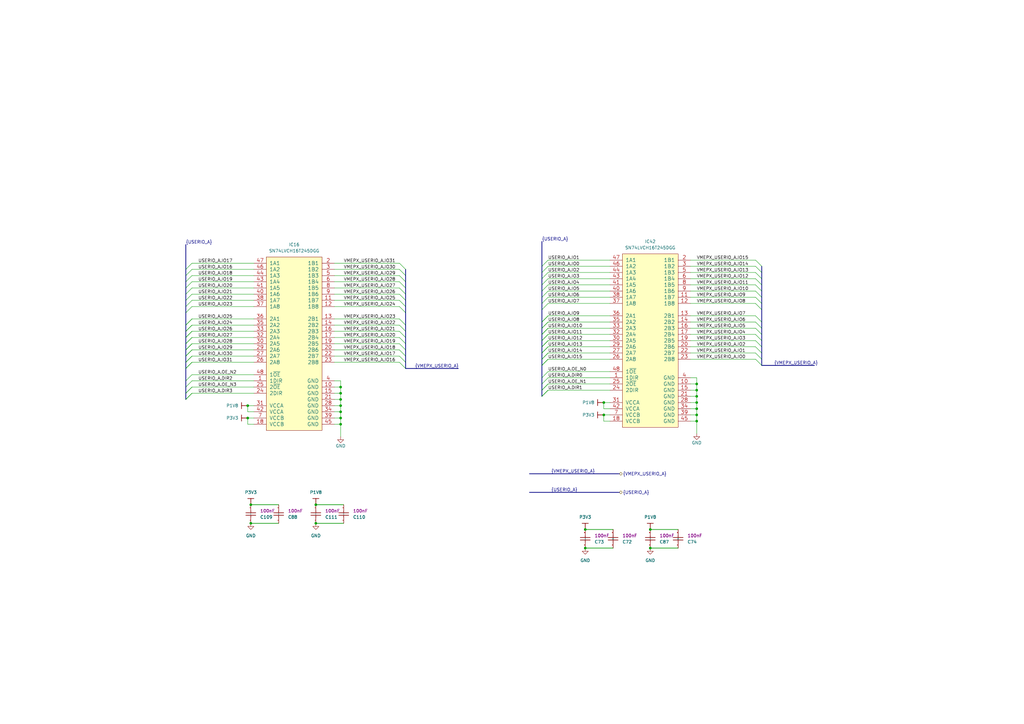
<source format=kicad_sch>
(kicad_sch (version 20250114) (generator "eeschema") (generator_version "9.0")
  (paper "A3")
  (title_block (title "VME buffers - P2 row A timing I/O"))
  (lib_symbols
    (symbol "Capacitors SMD:CC0402_100NF_16V_10%_X7R" (pin_names (offset 1.27))
      (property "Reference" "C" (at 3.81 3.048 0))
      (property "Description" "100nF" (at 3.81 -3.048 0))
      (symbol "CC0402_100NF_16V_10%_X7R_0_1"
        (polyline (pts (xy 2.54 0) (xy 3.302 0)) (stroke (width 0.254)))
        (polyline (pts (xy 3.302 -2.032) (xy 3.302 2.032)) (stroke (width 0.254)))
        (polyline (pts (xy 4.318 2.032) (xy 4.318 -2.032)) (stroke (width 0.254)))
        (polyline (pts (xy 5.08 0) (xy 4.318 0)) (stroke (width 0.254)))
        (pin passive line (at 0 0 0) (length 2.54) (name "1") (number "1"))
        (pin passive line (at 7.62 0 180) (length 2.54) (name "2") (number "2"))
      )
    )
    (symbol "Standard Logic:SN74LVCH16T245DGG" (pin_names (offset 1.27))
      (property "Reference" "IC" (at 11.43 1.27 0))
      (symbol "SN74LVCH16T245DGG_0_1"
        (rectangle (start 0 -71.12) (end 22.86 0) (fill (type background)))
        (pin bidirectional line (at -5.08 -2.54 0) (length 5.08) (name "1A1") (number "47"))
        (pin bidirectional line (at -5.08 -5.08 0) (length 5.08) (name "1A2") (number "46"))
        (pin bidirectional line (at -5.08 -7.62 0) (length 5.08) (name "1A3") (number "44"))
        (pin bidirectional line (at -5.08 -10.16 0) (length 5.08) (name "1A4") (number "43"))
        (pin bidirectional line (at -5.08 -12.7 0) (length 5.08) (name "1A5") (number "41"))
        (pin bidirectional line (at -5.08 -15.24 0) (length 5.08) (name "1A6") (number "40"))
        (pin bidirectional line (at -5.08 -17.78 0) (length 5.08) (name "1A7") (number "38"))
        (pin bidirectional line (at -5.08 -20.32 0) (length 5.08) (name "1A8") (number "37"))
        (pin bidirectional line (at -5.08 -25.4 0) (length 5.08) (name "2A1") (number "36"))
        (pin bidirectional line (at -5.08 -27.94 0) (length 5.08) (name "2A2") (number "35"))
        (pin bidirectional line (at -5.08 -30.48 0) (length 5.08) (name "2A3") (number "33"))
        (pin bidirectional line (at -5.08 -33.02 0) (length 5.08) (name "2A4") (number "32"))
        (pin bidirectional line (at -5.08 -35.56 0) (length 5.08) (name "2A5") (number "30"))
        (pin bidirectional line (at -5.08 -38.1 0) (length 5.08) (name "2A6") (number "29"))
        (pin bidirectional line (at -5.08 -40.64 0) (length 5.08) (name "2A7") (number "27"))
        (pin bidirectional line (at -5.08 -43.18 0) (length 5.08) (name "2A8") (number "26"))
        (pin input line (at -5.08 -48.26 0) (length 5.08) (name "1~{OE}") (number "48"))
        (pin input line (at -5.08 -50.8 0) (length 5.08) (name "1DIR") (number "1"))
        (pin input line (at -5.08 -53.34 0) (length 5.08) (name "2~{OE}") (number "25"))
        (pin input line (at -5.08 -55.88 0) (length 5.08) (name "2DIR") (number "24"))
        (pin power_in line (at -5.08 -60.96 0) (length 5.08) (name "VCCA") (number "31"))
        (pin power_in line (at -5.08 -63.5 0) (length 5.08) (name "VCCA") (number "42"))
        (pin power_in line (at -5.08 -66.04 0) (length 5.08) (name "VCCB") (number "7"))
        (pin power_in line (at -5.08 -68.58 0) (length 5.08) (name "VCCB") (number "18"))
        (pin bidirectional line (at 27.94 -2.54 180) (length 5.08) (name "1B1") (number "2"))
        (pin bidirectional line (at 27.94 -5.08 180) (length 5.08) (name "1B2") (number "3"))
        (pin bidirectional line (at 27.94 -7.62 180) (length 5.08) (name "1B3") (number "5"))
        (pin bidirectional line (at 27.94 -10.16 180) (length 5.08) (name "1B4") (number "6"))
        (pin bidirectional line (at 27.94 -12.7 180) (length 5.08) (name "1B5") (number "8"))
        (pin bidirectional line (at 27.94 -15.24 180) (length 5.08) (name "1B6") (number "9"))
        (pin bidirectional line (at 27.94 -17.78 180) (length 5.08) (name "1B7") (number "11"))
        (pin bidirectional line (at 27.94 -20.32 180) (length 5.08) (name "1B8") (number "12"))
        (pin bidirectional line (at 27.94 -25.4 180) (length 5.08) (name "2B1") (number "13"))
        (pin bidirectional line (at 27.94 -27.94 180) (length 5.08) (name "2B2") (number "14"))
        (pin bidirectional line (at 27.94 -30.48 180) (length 5.08) (name "2B3") (number "16"))
        (pin bidirectional line (at 27.94 -33.02 180) (length 5.08) (name "2B4") (number "17"))
        (pin bidirectional line (at 27.94 -35.56 180) (length 5.08) (name "2B5") (number "19"))
        (pin bidirectional line (at 27.94 -38.1 180) (length 5.08) (name "2B6") (number "20"))
        (pin bidirectional line (at 27.94 -40.64 180) (length 5.08) (name "2B7") (number "22"))
        (pin bidirectional line (at 27.94 -43.18 180) (length 5.08) (name "2B8") (number "23"))
        (pin power_in line (at 27.94 -50.8 180) (length 5.08) (name "GND") (number "4"))
        (pin power_in line (at 27.94 -53.34 180) (length 5.08) (name "GND") (number "10"))
        (pin power_in line (at 27.94 -55.88 180) (length 5.08) (name "GND") (number "15"))
        (pin power_in line (at 27.94 -58.42 180) (length 5.08) (name "GND") (number "21"))
        (pin power_in line (at 27.94 -60.96 180) (length 5.08) (name "GND") (number "28"))
        (pin power_in line (at 27.94 -63.5 180) (length 5.08) (name "GND") (number "34"))
        (pin power_in line (at 27.94 -66.04 180) (length 5.08) (name "GND") (number "39"))
        (pin power_in line (at 27.94 -68.58 180) (length 5.08) (name "GND") (number "45"))
      )
    )
    (symbol "power:GND" (power) (pin_names (offset 0))
      (property "Value" "GND" (at 0 -3.81 0))
      (symbol "GND_0_1"
        (polyline (pts (xy 0 0) (xy 0 -1.27) (xy 1.27 -1.27) (xy 0 -2.54) (xy -1.27 -1.27) (xy 0 -1.27)))
      )
      (symbol "GND_1_1"
        (pin power_in line (at 0 0 270) (length 0) (hide yes) (name "GND") (number "1"))
      )
    )
    (symbol "vme-wren:P3V3" (power)
      (property "Value" "P3V3" (at 0 -3.81 0))
      (symbol "P3V3_0_0"
        (polyline (pts (xy -1.27 -2.54) (xy 1.27 -2.54)) (stroke (width 0.254)))
        (polyline (pts (xy 0 0) (xy 0 -2.54)) (stroke (width 0.254)))
        (pin power_in line (at 0 0 0) (length 0) (hide yes) (name "P3V3") (number ""))
      )
    )
  )
  (bus_alias "USERIO_A" (members "USERIO_A.IO[0..31]" "USERIO_A.DIR[0..3]" "USERIO_A.OE_N[0..3]"))
  (junction (at 101.6 171.45))
  (junction (at 139.7 158.75))
  (junction (at 102.87 214.63))
  (junction (at 139.7 173.99))
  (junction (at 285.75 170.18))
  (junction (at 285.75 172.72))
  (junction (at 102.87 207.01))
  (junction (at 247.65 165.1))
  (junction (at 139.7 163.83))
  (junction (at 285.75 165.1))
  (junction (at 285.75 160.02))
  (junction (at 129.54 207.01))
  (junction (at 240.03 224.79))
  (junction (at 139.7 161.29))
  (junction (at 285.75 162.56))
  (junction (at 240.03 217.17))
  (junction (at 139.7 166.37))
  (junction (at 129.54 214.63))
  (junction (at 247.65 170.18))
  (junction (at 285.75 157.48))
  (junction (at 285.75 167.64))
  (junction (at 266.7 224.79))
  (junction (at 266.7 217.17))
  (junction (at 101.6 166.37))
  (junction (at 139.7 168.91))
  (junction (at 139.7 171.45))
  (bus_entry (at 163.83 110.49) (size 2.54 2.54))
  (bus_entry (at 222.25 147.32) (size 2.54 -2.54))
  (bus_entry (at 222.25 134.62) (size 2.54 -2.54))
  (bus_entry (at 76.2 113.03) (size 2.54 -2.54))
  (bus_entry (at 163.83 148.59) (size 2.54 2.54))
  (bus_entry (at 76.2 140.97) (size 2.54 -2.54))
  (bus_entry (at 163.83 138.43) (size 2.54 2.54))
  (bus_entry (at 222.25 160.02) (size 2.54 -2.54))
  (bus_entry (at 76.2 138.43) (size 2.54 -2.54))
  (bus_entry (at 76.2 148.59) (size 2.54 -2.54))
  (bus_entry (at 309.88 106.68) (size 2.54 2.54))
  (bus_entry (at 76.2 120.65) (size 2.54 -2.54))
  (bus_entry (at 76.2 143.51) (size 2.54 -2.54))
  (bus_entry (at 222.25 139.7) (size 2.54 -2.54))
  (bus_entry (at 309.88 114.3) (size 2.54 2.54))
  (bus_entry (at 222.25 121.92) (size 2.54 -2.54))
  (bus_entry (at 222.25 149.86) (size 2.54 -2.54))
  (bus_entry (at 76.2 135.89) (size 2.54 -2.54))
  (bus_entry (at 76.2 146.05) (size 2.54 -2.54))
  (bus_entry (at 76.2 146.05) (size 2.54 -2.54))
  (bus_entry (at 76.2 161.29) (size 2.54 -2.54))
  (bus_entry (at 222.25 137.16) (size 2.54 -2.54))
  (bus_entry (at 163.83 120.65) (size 2.54 2.54))
  (bus_entry (at 222.25 160.02) (size 2.54 -2.54))
  (bus_entry (at 222.25 149.86) (size 2.54 -2.54))
  (bus_entry (at 222.25 157.48) (size 2.54 -2.54))
  (bus_entry (at 163.83 135.89) (size 2.54 2.54))
  (bus_entry (at 309.88 142.24) (size 2.54 2.54))
  (bus_entry (at 222.25 154.94) (size 2.54 -2.54))
  (bus_entry (at 76.2 138.43) (size 2.54 -2.54))
  (bus_entry (at 309.88 129.54) (size 2.54 2.54))
  (bus_entry (at 222.25 116.84) (size 2.54 -2.54))
  (bus_entry (at 309.88 124.46) (size 2.54 2.54))
  (bus_entry (at 163.83 125.73) (size 2.54 2.54))
  (bus_entry (at 222.25 142.24) (size 2.54 -2.54))
  (bus_entry (at 222.25 132.08) (size 2.54 -2.54))
  (bus_entry (at 309.88 116.84) (size 2.54 2.54))
  (bus_entry (at 76.2 133.35) (size 2.54 -2.54))
  (bus_entry (at 76.2 163.83) (size 2.54 -2.54))
  (bus_entry (at 222.25 119.38) (size 2.54 -2.54))
  (bus_entry (at 76.2 118.11) (size 2.54 -2.54))
  (bus_entry (at 222.25 139.7) (size 2.54 -2.54))
  (bus_entry (at 163.83 143.51) (size 2.54 2.54))
  (bus_entry (at 76.2 143.51) (size 2.54 -2.54))
  (bus_entry (at 222.25 109.22) (size 2.54 -2.54))
  (bus_entry (at 76.2 110.49) (size 2.54 -2.54))
  (bus_entry (at 222.25 162.56) (size 2.54 -2.54))
  (bus_entry (at 76.2 115.57) (size 2.54 -2.54))
  (bus_entry (at 76.2 161.29) (size 2.54 -2.54))
  (bus_entry (at 76.2 151.13) (size 2.54 -2.54))
  (bus_entry (at 222.25 127) (size 2.54 -2.54))
  (bus_entry (at 222.25 111.76) (size 2.54 -2.54))
  (bus_entry (at 222.25 144.78) (size 2.54 -2.54))
  (bus_entry (at 163.83 146.05) (size 2.54 2.54))
  (bus_entry (at 163.83 115.57) (size 2.54 2.54))
  (bus_entry (at 76.2 148.59) (size 2.54 -2.54))
  (bus_entry (at 163.83 123.19) (size 2.54 2.54))
  (bus_entry (at 309.88 147.32) (size 2.54 2.54))
  (bus_entry (at 222.25 134.62) (size 2.54 -2.54))
  (bus_entry (at 222.25 162.56) (size 2.54 -2.54))
  (bus_entry (at 163.83 118.11) (size 2.54 2.54))
  (bus_entry (at 76.2 163.83) (size 2.54 -2.54))
  (bus_entry (at 76.2 140.97) (size 2.54 -2.54))
  (bus_entry (at 309.88 134.62) (size 2.54 2.54))
  (bus_entry (at 309.88 121.92) (size 2.54 2.54))
  (bus_entry (at 76.2 158.75) (size 2.54 -2.54))
  (bus_entry (at 222.25 124.46) (size 2.54 -2.54))
  (bus_entry (at 309.88 119.38) (size 2.54 2.54))
  (bus_entry (at 76.2 151.13) (size 2.54 -2.54))
  (bus_entry (at 76.2 156.21) (size 2.54 -2.54))
  (bus_entry (at 76.2 128.27) (size 2.54 -2.54))
  (bus_entry (at 309.88 144.78) (size 2.54 2.54))
  (bus_entry (at 163.83 107.95) (size 2.54 2.54))
  (bus_entry (at 222.25 137.16) (size 2.54 -2.54))
  (bus_entry (at 76.2 125.73) (size 2.54 -2.54))
  (bus_entry (at 163.83 133.35) (size 2.54 2.54))
  (bus_entry (at 222.25 142.24) (size 2.54 -2.54))
  (bus_entry (at 309.88 111.76) (size 2.54 2.54))
  (bus_entry (at 163.83 130.81) (size 2.54 2.54))
  (bus_entry (at 163.83 140.97) (size 2.54 2.54))
  (bus_entry (at 222.25 132.08) (size 2.54 -2.54))
  (bus_entry (at 222.25 144.78) (size 2.54 -2.54))
  (bus_entry (at 309.88 132.08) (size 2.54 2.54))
  (bus_entry (at 309.88 139.7) (size 2.54 2.54))
  (bus_entry (at 76.2 135.89) (size 2.54 -2.54))
  (bus_entry (at 222.25 114.3) (size 2.54 -2.54))
  (bus_entry (at 309.88 109.22) (size 2.54 2.54))
  (bus_entry (at 163.83 113.03) (size 2.54 2.54))
  (bus_entry (at 309.88 137.16) (size 2.54 2.54))
  (bus_entry (at 76.2 123.19) (size 2.54 -2.54))
  (bus_entry (at 76.2 133.35) (size 2.54 -2.54))
  (bus_entry (at 222.25 147.32) (size 2.54 -2.54))
  (bus (pts (xy 312.42 139.7) (xy 312.42 142.24)))
  (wire (pts (xy 224.79 160.02) (xy 250.19 160.02)))
  (wire (pts (xy 224.79 152.4) (xy 250.19 152.4)))
  (bus (pts (xy 76.2 158.75) (xy 76.2 161.29)))
  (wire (pts (xy 285.75 154.94) (xy 285.75 157.48)))
  (wire (pts (xy 224.79 157.48) (xy 250.19 157.48)))
  (wire (pts (xy 137.16 107.95) (xy 163.83 107.95)))
  (wire (pts (xy 285.75 162.56) (xy 285.75 165.1)))
  (wire (pts (xy 137.16 115.57) (xy 163.83 115.57)))
  (wire (pts (xy 224.79 119.38) (xy 250.19 119.38)))
  (bus (pts (xy 312.42 132.08) (xy 312.42 134.62)))
  (wire (pts (xy 137.16 161.29) (xy 139.7 161.29)))
  (bus (pts (xy 312.42 144.78) (xy 312.42 147.32)))
  (bus (pts (xy 222.25 147.32) (xy 222.25 149.86)))
  (wire (pts (xy 101.6 168.91) (xy 101.6 166.37)))
  (bus (pts (xy 166.37 138.43) (xy 166.37 140.97)))
  (bus (pts (xy 222.25 109.22) (xy 222.25 111.76)))
  (wire (pts (xy 283.21 116.84) (xy 309.88 116.84)))
  (wire (pts (xy 283.21 121.92) (xy 309.88 121.92)))
  (wire (pts (xy 283.21 167.64) (xy 285.75 167.64)))
  (wire (pts (xy 285.75 160.02) (xy 285.75 162.56)))
  (wire (pts (xy 78.74 120.65) (xy 104.14 120.65)))
  (bus (pts (xy 312.42 111.76) (xy 312.42 114.3)))
  (wire (pts (xy 137.16 138.43) (xy 163.83 138.43)))
  (bus (pts (xy 222.25 137.16) (xy 222.25 139.7)))
  (wire (pts (xy 224.79 121.92) (xy 250.19 121.92)))
  (bus (pts (xy 166.37 125.73) (xy 166.37 128.27)))
  (bus (pts (xy 166.37 118.11) (xy 166.37 120.65)))
  (wire (pts (xy 101.6 171.45) (xy 101.6 173.99)))
  (wire (pts (xy 283.21 170.18) (xy 285.75 170.18)))
  (wire (pts (xy 283.21 111.76) (xy 309.88 111.76)))
  (wire (pts (xy 137.16 133.35) (xy 163.83 133.35)))
  (bus (pts (xy 222.25 154.94) (xy 222.25 157.48)))
  (wire (pts (xy 139.7 168.91) (xy 139.7 171.45)))
  (wire (pts (xy 78.74 143.51) (xy 104.14 143.51)))
  (wire (pts (xy 224.79 106.68) (xy 250.19 106.68)))
  (bus (pts (xy 76.2 138.43) (xy 76.2 140.97)))
  (wire (pts (xy 283.21 124.46) (xy 309.88 124.46)))
  (bus (pts (xy 166.37 123.19) (xy 166.37 125.73)))
  (wire (pts (xy 224.79 142.24) (xy 250.19 142.24)))
  (wire (pts (xy 266.7 217.17) (xy 278.13 217.17)) (stroke (width 0.254)))
  (wire (pts (xy 137.16 158.75) (xy 139.7 158.75)))
  (wire (pts (xy 101.6 166.37) (xy 104.14 166.37)))
  (bus (pts (xy 76.2 123.19) (xy 76.2 125.73)))
  (wire (pts (xy 137.16 168.91) (xy 139.7 168.91)))
  (wire (pts (xy 283.21 119.38) (xy 309.88 119.38)))
  (wire (pts (xy 224.79 139.7) (xy 250.19 139.7)))
  (wire (pts (xy 137.16 143.51) (xy 163.83 143.51)))
  (bus (pts (xy 222.25 119.38) (xy 222.25 121.92)))
  (bus (pts (xy 222.25 149.86) (xy 222.25 154.94)))
  (wire (pts (xy 78.74 110.49) (xy 104.14 110.49)))
  (bus (pts (xy 312.42 149.86) (xy 334.01 149.86)))
  (wire (pts (xy 78.74 123.19) (xy 104.14 123.19)))
  (wire (pts (xy 283.21 162.56) (xy 285.75 162.56)))
  (bus (pts (xy 166.37 110.49) (xy 166.37 113.03)))
  (wire (pts (xy 137.16 118.11) (xy 163.83 118.11)))
  (wire (pts (xy 139.7 163.83) (xy 139.7 166.37)))
  (wire (pts (xy 137.16 113.03) (xy 163.83 113.03)))
  (bus (pts (xy 312.42 119.38) (xy 312.42 121.92)))
  (wire (pts (xy 139.7 166.37) (xy 139.7 168.91)))
  (bus (pts (xy 166.37 135.89) (xy 166.37 138.43)))
  (wire (pts (xy 283.21 106.68) (xy 309.88 106.68)))
  (wire (pts (xy 137.16 110.49) (xy 163.83 110.49)))
  (wire (pts (xy 224.79 132.08) (xy 250.19 132.08)))
  (bus (pts (xy 222.25 160.02) (xy 222.25 162.56)))
  (bus (pts (xy 166.37 113.03) (xy 166.37 115.57)))
  (bus (pts (xy 222.25 142.24) (xy 222.25 144.78)))
  (wire (pts (xy 224.79 137.16) (xy 250.19 137.16)))
  (wire (pts (xy 137.16 125.73) (xy 163.83 125.73)))
  (bus (pts (xy 76.2 143.51) (xy 76.2 146.05)))
  (wire (pts (xy 283.21 109.22) (xy 309.88 109.22)))
  (bus (pts (xy 222.25 124.46) (xy 222.25 127)))
  (wire (pts (xy 137.16 135.89) (xy 163.83 135.89)))
  (wire (pts (xy 78.74 113.03) (xy 104.14 113.03)))
  (bus (pts (xy 217.17 194.31) (xy 254 194.31)))
  (wire (pts (xy 137.16 130.81) (xy 163.83 130.81)))
  (wire (pts (xy 224.79 111.76) (xy 250.19 111.76)))
  (wire (pts (xy 240.03 217.17) (xy 251.46 217.17)) (stroke (width 0.254)))
  (bus (pts (xy 166.37 140.97) (xy 166.37 143.51)))
  (wire (pts (xy 139.7 156.21) (xy 139.7 158.75)))
  (bus (pts (xy 166.37 146.05) (xy 166.37 148.59)))
  (wire (pts (xy 139.7 161.29) (xy 139.7 163.83)))
  (bus (pts (xy 312.42 109.22) (xy 312.42 111.76)))
  (wire (pts (xy 285.75 167.64) (xy 285.75 170.18)))
  (wire (pts (xy 240.03 224.79) (xy 251.46 224.79)) (stroke (width 0.254)))
  (wire (pts (xy 137.16 163.83) (xy 139.7 163.83)))
  (wire (pts (xy 283.21 114.3) (xy 309.88 114.3)))
  (wire (pts (xy 78.74 107.95) (xy 104.14 107.95)))
  (bus (pts (xy 76.2 115.57) (xy 76.2 118.11)))
  (wire (pts (xy 283.21 144.78) (xy 309.88 144.78)))
  (bus (pts (xy 76.2 120.65) (xy 76.2 123.19)))
  (bus (pts (xy 76.2 125.73) (xy 76.2 128.27)))
  (wire (pts (xy 266.7 224.79) (xy 278.13 224.79)) (stroke (width 0.254)))
  (bus (pts (xy 312.42 116.84) (xy 312.42 119.38)))
  (wire (pts (xy 247.65 172.72) (xy 250.19 172.72)))
  (wire (pts (xy 285.75 165.1) (xy 285.75 167.64)))
  (wire (pts (xy 78.74 148.59) (xy 104.14 148.59)))
  (wire (pts (xy 78.74 140.97) (xy 104.14 140.97)))
  (bus (pts (xy 222.25 157.48) (xy 222.25 160.02)))
  (wire (pts (xy 78.74 146.05) (xy 104.14 146.05)))
  (wire (pts (xy 129.54 207.01) (xy 140.97 207.01)) (stroke (width 0.254)))
  (wire (pts (xy 224.79 116.84) (xy 250.19 116.84)))
  (wire (pts (xy 104.14 171.45) (xy 101.6 171.45)))
  (bus (pts (xy 312.42 142.24) (xy 312.42 144.78)))
  (wire (pts (xy 137.16 140.97) (xy 163.83 140.97)))
  (wire (pts (xy 78.74 130.81) (xy 104.14 130.81)))
  (bus (pts (xy 222.25 132.08) (xy 222.25 134.62)))
  (wire (pts (xy 224.79 114.3) (xy 250.19 114.3)))
  (bus (pts (xy 76.2 113.03) (xy 76.2 115.57)))
  (wire (pts (xy 137.16 171.45) (xy 139.7 171.45)))
  (bus (pts (xy 76.2 135.89) (xy 76.2 138.43)))
  (wire (pts (xy 283.21 137.16) (xy 309.88 137.16)))
  (bus (pts (xy 222.25 134.62) (xy 222.25 137.16)))
  (bus (pts (xy 312.42 134.62) (xy 312.42 137.16)))
  (bus (pts (xy 76.2 128.27) (xy 76.2 133.35)))
  (wire (pts (xy 78.74 153.67) (xy 104.14 153.67)))
  (bus (pts (xy 222.25 139.7) (xy 222.25 142.24)))
  (wire (pts (xy 137.16 120.65) (xy 163.83 120.65)))
  (wire (pts (xy 283.21 132.08) (xy 309.88 132.08)))
  (bus (pts (xy 76.2 133.35) (xy 76.2 135.89)))
  (bus (pts (xy 222.25 144.78) (xy 222.25 147.32)))
  (wire (pts (xy 137.16 156.21) (xy 139.7 156.21)))
  (wire (pts (xy 285.75 157.48) (xy 285.75 160.02)))
  (wire (pts (xy 129.54 214.63) (xy 140.97 214.63)) (stroke (width 0.254)))
  (bus (pts (xy 217.17 201.93) (xy 254 201.93)))
  (wire (pts (xy 137.16 146.05) (xy 163.83 146.05)))
  (wire (pts (xy 283.21 147.32) (xy 309.88 147.32)))
  (wire (pts (xy 283.21 172.72) (xy 285.75 172.72)))
  (wire (pts (xy 247.65 170.18) (xy 247.65 172.72)))
  (bus (pts (xy 222.25 111.76) (xy 222.25 114.3)))
  (bus (pts (xy 76.2 148.59) (xy 76.2 151.13)))
  (bus (pts (xy 312.42 121.92) (xy 312.42 124.46)))
  (wire (pts (xy 283.21 154.94) (xy 285.75 154.94)))
  (bus (pts (xy 76.2 151.13) (xy 76.2 156.21)))
  (bus (pts (xy 312.42 147.32) (xy 312.42 149.86)))
  (wire (pts (xy 139.7 171.45) (xy 139.7 173.99)))
  (bus (pts (xy 76.2 156.21) (xy 76.2 158.75)))
  (wire (pts (xy 283.21 134.62) (xy 309.88 134.62)))
  (wire (pts (xy 285.75 170.18) (xy 285.75 172.72)))
  (bus (pts (xy 166.37 143.51) (xy 166.37 146.05)))
  (wire (pts (xy 283.21 157.48) (xy 285.75 157.48)))
  (wire (pts (xy 283.21 129.54) (xy 309.88 129.54)))
  (wire (pts (xy 78.74 115.57) (xy 104.14 115.57)))
  (bus (pts (xy 222.25 116.84) (xy 222.25 119.38)))
  (bus (pts (xy 222.25 114.3) (xy 222.25 116.84)))
  (bus (pts (xy 166.37 133.35) (xy 166.37 135.89)))
  (wire (pts (xy 137.16 148.59) (xy 163.83 148.59)))
  (wire (pts (xy 137.16 166.37) (xy 139.7 166.37)))
  (wire (pts (xy 137.16 173.99) (xy 139.7 173.99)))
  (bus (pts (xy 76.2 140.97) (xy 76.2 143.51)))
  (bus (pts (xy 76.2 161.29) (xy 76.2 163.83)))
  (bus (pts (xy 76.2 118.11) (xy 76.2 120.65)))
  (wire (pts (xy 78.74 133.35) (xy 104.14 133.35)))
  (wire (pts (xy 224.79 124.46) (xy 250.19 124.46)))
  (wire (pts (xy 78.74 118.11) (xy 104.14 118.11)))
  (wire (pts (xy 78.74 135.89) (xy 104.14 135.89)))
  (wire (pts (xy 250.19 167.64) (xy 247.65 167.64)))
  (bus (pts (xy 76.2 110.49) (xy 76.2 113.03)))
  (wire (pts (xy 224.79 154.94) (xy 250.19 154.94)))
  (wire (pts (xy 101.6 173.99) (xy 104.14 173.99)))
  (bus (pts (xy 166.37 120.65) (xy 166.37 123.19)))
  (bus (pts (xy 222.25 99.06) (xy 222.25 109.22)))
  (wire (pts (xy 250.19 170.18) (xy 247.65 170.18)))
  (wire (pts (xy 224.79 144.78) (xy 250.19 144.78)))
  (wire (pts (xy 283.21 165.1) (xy 285.75 165.1)))
  (bus (pts (xy 166.37 148.59) (xy 166.37 151.13)))
  (wire (pts (xy 139.7 173.99) (xy 139.7 179.07)))
  (bus (pts (xy 312.42 137.16) (xy 312.42 139.7)))
  (wire (pts (xy 139.7 158.75) (xy 139.7 161.29)))
  (wire (pts (xy 285.75 172.72) (xy 285.75 177.8)))
  (bus (pts (xy 166.37 128.27) (xy 166.37 133.35)))
  (bus (pts (xy 312.42 124.46) (xy 312.42 127)))
  (bus (pts (xy 76.2 100.33) (xy 76.2 110.49)))
  (wire (pts (xy 78.74 158.75) (xy 104.14 158.75)))
  (wire (pts (xy 78.74 138.43) (xy 104.14 138.43)))
  (wire (pts (xy 78.74 156.21) (xy 104.14 156.21)))
  (wire (pts (xy 137.16 123.19) (xy 163.83 123.19)))
  (bus (pts (xy 222.25 121.92) (xy 222.25 124.46)))
  (wire (pts (xy 247.65 165.1) (xy 250.19 165.1)))
  (wire (pts (xy 224.79 147.32) (xy 250.19 147.32)))
  (wire (pts (xy 78.74 161.29) (xy 104.14 161.29)))
  (bus (pts (xy 312.42 114.3) (xy 312.42 116.84)))
  (wire (pts (xy 224.79 129.54) (xy 250.19 129.54)))
  (bus (pts (xy 166.37 151.13) (xy 187.96 151.13)))
  (bus (pts (xy 76.2 146.05) (xy 76.2 148.59)))
  (wire (pts (xy 224.79 109.22) (xy 250.19 109.22)))
  (wire (pts (xy 102.87 207.01) (xy 114.3 207.01)) (stroke (width 0.254)))
  (wire (pts (xy 102.87 214.63) (xy 114.3 214.63)) (stroke (width 0.254)))
  (wire (pts (xy 283.21 142.24) (xy 309.88 142.24)))
  (wire (pts (xy 78.74 125.73) (xy 104.14 125.73)))
  (wire (pts (xy 247.65 167.64) (xy 247.65 165.1)))
  (bus (pts (xy 166.37 115.57) (xy 166.37 118.11)))
  (wire (pts (xy 283.21 160.02) (xy 285.75 160.02)))
  (bus (pts (xy 222.25 127) (xy 222.25 132.08)))
  (wire (pts (xy 104.14 168.91) (xy 101.6 168.91)))
  (wire (pts (xy 283.21 139.7) (xy 309.88 139.7)))
  (bus (pts (xy 312.42 127) (xy 312.42 132.08)))
  (wire (pts (xy 224.79 134.62) (xy 250.19 134.62)))
  (label "VMEPX_USERIO_A.IO26" (at 140.97 120.65 0))
  (label "VMEPX_USERIO_A.IO31" (at 140.97 107.95 0))
  (label "{VMEPX_USERIO_A}" (at 226.06 194.31 0))
  (label "USERIO_A.IO14" (at 224.79 144.78 0))
  (label "VMEPX_USERIO_A.IO2" (at 285.75 142.24 0))
  (label "VMEPX_USERIO_A.IO16" (at 140.97 148.59 0))
  (label "VMEPX_USERIO_A.IO19" (at 140.97 140.97 0))
  (label "{USERIO_A}" (at 76.2 100.33 0))
  (label "USERIO_A.IO16" (at 81.28 110.49 0))
  (label "VMEPX_USERIO_A.IO14" (at 285.75 109.22 0))
  (label "VMEPX_USERIO_A.IO30" (at 140.97 110.49 0))
  (label "USERIO_A.IO13" (at 224.79 142.24 0))
  (label "USERIO_A.IO26" (at 81.28 135.89 0))
  (label "USERIO_A.IO21" (at 81.28 120.65 0))
  (label "USERIO_A.IO6" (at 224.79 121.92 0))
  (label "USERIO_A.IO5" (at 224.79 119.38 0))
  (label "USERIO_A.IO10" (at 224.79 134.62 0))
  (label "USERIO_A.IO4" (at 224.79 116.84 0))
  (label "USERIO_A.IO30" (at 81.28 146.05 0))
  (label "VMEPX_USERIO_A.IO18" (at 140.97 143.51 0))
  (label "USERIO_A.IO25" (at 81.28 130.81 0))
  (label "USERIO_A.IO17" (at 81.28 107.95 0))
  (label "USERIO_A.IO18" (at 81.28 113.03 0))
  (label "VMEPX_USERIO_A.IO23" (at 140.97 130.81 0))
  (label "USERIO_A.IO24" (at 81.28 133.35 0))
  (label "VMEPX_USERIO_A.IO29" (at 140.97 113.03 0))
  (label "USERIO_A.IO1" (at 224.79 106.68 0))
  (label "USERIO_A.IO28" (at 81.28 140.97 0))
  (label "USERIO_A.IO27" (at 81.28 138.43 0))
  (label "USERIO_A.IO12" (at 224.79 139.7 0))
  (label "VMEPX_USERIO_A.IO17" (at 140.97 146.05 0))
  (label "USERIO_A.IO2" (at 224.79 111.76 0))
  (label "USERIO_A.IO22" (at 81.28 123.19 0))
  (label "VMEPX_USERIO_A.IO9" (at 285.75 121.92 0))
  (label "{VMEPX_USERIO_A}" (at 317.5 149.86 0))
  (label "{VMEPX_USERIO_A}" (at 170.18 151.13 0))
  (label "VMEPX_USERIO_A.IO15" (at 285.75 106.68 0))
  (label "USERIO_A.IO31" (at 81.28 148.59 0))
  (label "VMEPX_USERIO_A.IO21" (at 140.97 135.89 0))
  (label "VMEPX_USERIO_A.IO4" (at 285.75 137.16 0))
  (label "VMEPX_USERIO_A.IO11" (at 285.75 116.84 0))
  (label "USERIO_A.IO7" (at 224.79 124.46 0))
  (label "USERIO_A.IO29" (at 81.28 143.51 0))
  (label "VMEPX_USERIO_A.IO1" (at 285.75 144.78 0))
  (label "USERIO_A.IO8" (at 224.79 132.08 0))
  (label "USERIO_A.DIR0" (at 224.79 154.94 0))
  (label "VMEPX_USERIO_A.IO6" (at 285.75 132.08 0))
  (label "{USERIO_A}" (at 226.06 201.93 0))
  (label "VMEPX_USERIO_A.IO8" (at 285.75 124.46 0))
  (label "{USERIO_A}" (at 222.25 99.06 0))
  (label "VMEPX_USERIO_A.IO7" (at 285.75 129.54 0))
  (label "VMEPX_USERIO_A.IO10" (at 285.75 119.38 0))
  (label "USERIO_A.IO0" (at 224.79 109.22 0))
  (label "VMEPX_USERIO_A.IO5" (at 285.75 134.62 0))
  (label "USERIO_A.IO23" (at 81.28 125.73 0))
  (label "USERIO_A.DIR1" (at 224.79 160.02 0))
  (label "VMEPX_USERIO_A.IO12" (at 285.75 114.3 0))
  (label "VMEPX_USERIO_A.IO22" (at 140.97 133.35 0))
  (label "USERIO_A.OE_N1" (at 224.79 157.48 0))
  (label "VMEPX_USERIO_A.IO20" (at 140.97 138.43 0))
  (label "USERIO_A.IO11" (at 224.79 137.16 0))
  (label "USERIO_A.DIR3" (at 81.28 161.29 0))
  (label "USERIO_A.OE_N2" (at 81.28 153.67 0))
  (label "USERIO_A.OE_N0" (at 224.79 152.4 0))
  (label "VMEPX_USERIO_A.IO27" (at 140.97 118.11 0))
  (label "USERIO_A.IO15" (at 224.79 147.32 0))
  (label "USERIO_A.IO3" (at 224.79 114.3 0))
  (label "VMEPX_USERIO_A.IO0" (at 285.75 147.32 0))
  (label "VMEPX_USERIO_A.IO13" (at 285.75 111.76 0))
  (label "VMEPX_USERIO_A.IO25" (at 140.97 123.19 0))
  (label "USERIO_A.DIR2" (at 81.28 156.21 0))
  (label "USERIO_A.IO20" (at 81.28 118.11 0))
  (label "VMEPX_USERIO_A.IO24" (at 140.97 125.73 0))
  (label "VMEPX_USERIO_A.IO3" (at 285.75 139.7 0))
  (label "VMEPX_USERIO_A.IO28" (at 140.97 115.57 0))
  (label "USERIO_A.IO19" (at 81.28 115.57 0))
  (label "USERIO_A.OE_N3" (at 81.28 158.75 0))
  (label "USERIO_A.IO9" (at 224.79 129.54 0))
  (hierarchical_label "{VMEPX_USERIO_A}" (shape bidirectional) (at 254 194.31 0))
  (hierarchical_label "{USERIO_A}" (shape bidirectional) (at 254 201.93 0))
  (symbol (lib_id "vme-wren:P3V3") (at 102.87 207.01 180) (unit 1)
    (property "Reference" "#PWR08" (effects (hide yes)))
    (property "Value" "P3V3" (at 102.87 201.93 0))
    (instances (project "dupa" (path "" (reference "#PWR?") (unit 1))) (project "vme-wren" (path "" (reference "#PWR08") (unit 1))))
  )
  (symbol (lib_id "Capacitors SMD:CC0402_100NF_16V_10%_X7R") (at 251.46 224.79 90) (unit 1)
    (property "Reference" "C72" (at 255.27 222.2501 90) (effects (justify right)))
    (property "Value" "CC0402_100NF_16V_10%_X7R" (effects (hide yes)))
    (property "Footprint" "Capacitors SMD:CAPC1005X55N" (effects (hide yes)))
    (property "Description" "100nF" (at 255.27 219.7101 90) (effects (justify right)))
    (property "SMD" "Yes" (effects (hide yes)))
    (property "Part Number" "CC0402_100NF_16V_10%_X7R" (effects (hide yes)))
    (property "Library Ref" "Capacitor - non polarized" (effects (hide yes)))
    (property "Library Path" "SchLib\\Capacitors.SchLib" (effects (hide yes)))
    (property "Comment" "100nF" (effects (hide yes)))
    (property "Component Kind" "Standard" (effects (hide yes)))
    (property "Component Type" "Standard" (effects (hide yes)))
    (property "Pin Count" "2" (effects (hide yes)))
    (property "Footprint Path" "PcbLib\\Capacitors SMD.PcbLib" (effects (hide yes)))
    (property "Footprint Ref" "CAPC1005X55N" (effects (hide yes)))
    (property "PackageDescription" " " (effects (hide yes)))
    (property "Status" "Not Recommended" (effects (hide yes)))
    (property "Status Comment" " " (effects (hide yes)))
    (property "Voltage" "16V" (effects (hide yes)))
    (property "Tolerance" "±10%" (effects (hide yes)))
    (property "Part Description" "SMD Multilayer Chip Ceramic Capacitor" (effects (hide yes)))
    (property "Manufacturer" "GENERIC" (effects (hide yes)))
    (property "Manufacturer Part Number" "CC0402_100NF_16V_10%_X7R" (effects (hide yes)))
    (property "Case" "0402" (effects (hide yes)))
    (property "Mounted" "Yes" (effects (hide yes)))
    (property "Socket" "No" (effects (hide yes)))
    (property "PressFit" " " (effects (hide yes)))
    (property "Sense" "No" (effects (hide yes)))
    (property "Sense Comment" " " (effects (hide yes)))
    (property "ComponentHeight" " " (effects (hide yes)))
    (property "Manufacturer1 Example" "MURATA" (effects (hide yes)))
    (property "Manufacturer1 Part Number" "GRM155R71C104KA88D" (effects (hide yes)))
    (property "Manufacturer1 ComponentHeight" "0.55mm" (effects (hide yes)))
    (property "Author" "CERN DEM JLC" (effects (hide yes)))
    (property "CreateDate" "12/05/13 00:00:00" (effects (hide yes)))
    (property "LatestRevisionDate" "12/03/07 00:00:00" (effects (hide yes)))
    (property "Database Table Name" "Capacitors" (effects (hide yes)))
    (property "Library Name" "Capacitors SMD" (effects (hide yes)))
    (property "Footprint Library" "Capacitors SMD" (effects (hide yes)))
    (property "License" "CC-BY-SA 4.0" (effects (hide yes)))
  )
  (symbol (lib_id "Capacitors SMD:CC0402_100NF_16V_10%_X7R") (at 129.54 214.63 90) (unit 1)
    (property "Reference" "C111" (at 133.35 212.0901 90) (effects (justify right)))
    (property "Value" "CC0402_100NF_16V_10%_X7R" (effects (hide yes)))
    (property "Footprint" "Capacitors SMD:CAPC1005X55N" (effects (hide yes)))
    (property "Description" "100nF" (at 133.35 209.5501 90) (effects (justify right)))
    (property "SMD" "Yes" (effects (hide yes)))
    (property "Part Number" "CC0402_100NF_16V_10%_X7R" (effects (hide yes)))
    (property "Library Ref" "Capacitor - non polarized" (effects (hide yes)))
    (property "Library Path" "SchLib\\Capacitors.SchLib" (effects (hide yes)))
    (property "Comment" "100nF" (effects (hide yes)))
    (property "Component Kind" "Standard" (effects (hide yes)))
    (property "Component Type" "Standard" (effects (hide yes)))
    (property "Pin Count" "2" (effects (hide yes)))
    (property "Footprint Path" "PcbLib\\Capacitors SMD.PcbLib" (effects (hide yes)))
    (property "Footprint Ref" "CAPC1005X55N" (effects (hide yes)))
    (property "PackageDescription" " " (effects (hide yes)))
    (property "Status" "Not Recommended" (effects (hide yes)))
    (property "Status Comment" " " (effects (hide yes)))
    (property "Voltage" "16V" (effects (hide yes)))
    (property "Tolerance" "±10%" (effects (hide yes)))
    (property "Part Description" "SMD Multilayer Chip Ceramic Capacitor" (effects (hide yes)))
    (property "Manufacturer" "GENERIC" (effects (hide yes)))
    (property "Manufacturer Part Number" "CC0402_100NF_16V_10%_X7R" (effects (hide yes)))
    (property "Case" "0402" (effects (hide yes)))
    (property "Mounted" "Yes" (effects (hide yes)))
    (property "Socket" "No" (effects (hide yes)))
    (property "PressFit" " " (effects (hide yes)))
    (property "Sense" "No" (effects (hide yes)))
    (property "Sense Comment" " " (effects (hide yes)))
    (property "ComponentHeight" " " (effects (hide yes)))
    (property "Manufacturer1 Example" "MURATA" (effects (hide yes)))
    (property "Manufacturer1 Part Number" "GRM155R71C104KA88D" (effects (hide yes)))
    (property "Manufacturer1 ComponentHeight" "0.55mm" (effects (hide yes)))
    (property "Author" "CERN DEM JLC" (effects (hide yes)))
    (property "CreateDate" "12/05/13 00:00:00" (effects (hide yes)))
    (property "LatestRevisionDate" "12/03/07 00:00:00" (effects (hide yes)))
    (property "Database Table Name" "Capacitors" (effects (hide yes)))
    (property "Library Name" "Capacitors SMD" (effects (hide yes)))
    (property "Footprint Library" "Capacitors SMD" (effects (hide yes)))
    (property "License" "CC-BY-SA 4.0" (effects (hide yes)))
  )
  (symbol (lib_id "Capacitors SMD:CC0402_100NF_16V_10%_X7R") (at 266.7 224.79 90) (unit 1)
    (property "Reference" "C87" (at 270.51 222.2501 90) (effects (justify right)))
    (property "Value" "CC0402_100NF_16V_10%_X7R" (effects (hide yes)))
    (property "Footprint" "Capacitors SMD:CAPC1005X55N" (effects (hide yes)))
    (property "Description" "100nF" (at 270.51 219.7101 90) (effects (justify right)))
    (property "SMD" "Yes" (effects (hide yes)))
    (property "Part Number" "CC0402_100NF_16V_10%_X7R" (effects (hide yes)))
    (property "Library Ref" "Capacitor - non polarized" (effects (hide yes)))
    (property "Library Path" "SchLib\\Capacitors.SchLib" (effects (hide yes)))
    (property "Comment" "100nF" (effects (hide yes)))
    (property "Component Kind" "Standard" (effects (hide yes)))
    (property "Component Type" "Standard" (effects (hide yes)))
    (property "Pin Count" "2" (effects (hide yes)))
    (property "Footprint Path" "PcbLib\\Capacitors SMD.PcbLib" (effects (hide yes)))
    (property "Footprint Ref" "CAPC1005X55N" (effects (hide yes)))
    (property "PackageDescription" " " (effects (hide yes)))
    (property "Status" "Not Recommended" (effects (hide yes)))
    (property "Status Comment" " " (effects (hide yes)))
    (property "Voltage" "16V" (effects (hide yes)))
    (property "Tolerance" "±10%" (effects (hide yes)))
    (property "Part Description" "SMD Multilayer Chip Ceramic Capacitor" (effects (hide yes)))
    (property "Manufacturer" "GENERIC" (effects (hide yes)))
    (property "Manufacturer Part Number" "CC0402_100NF_16V_10%_X7R" (effects (hide yes)))
    (property "Case" "0402" (effects (hide yes)))
    (property "Mounted" "Yes" (effects (hide yes)))
    (property "Socket" "No" (effects (hide yes)))
    (property "PressFit" " " (effects (hide yes)))
    (property "Sense" "No" (effects (hide yes)))
    (property "Sense Comment" " " (effects (hide yes)))
    (property "ComponentHeight" " " (effects (hide yes)))
    (property "Manufacturer1 Example" "MURATA" (effects (hide yes)))
    (property "Manufacturer1 Part Number" "GRM155R71C104KA88D" (effects (hide yes)))
    (property "Manufacturer1 ComponentHeight" "0.55mm" (effects (hide yes)))
    (property "Author" "CERN DEM JLC" (effects (hide yes)))
    (property "CreateDate" "12/05/13 00:00:00" (effects (hide yes)))
    (property "LatestRevisionDate" "12/03/07 00:00:00" (effects (hide yes)))
    (property "Database Table Name" "Capacitors" (effects (hide yes)))
    (property "Library Name" "Capacitors SMD" (effects (hide yes)))
    (property "Footprint Library" "Capacitors SMD" (effects (hide yes)))
    (property "License" "CC-BY-SA 4.0" (effects (hide yes)))
  )
  (symbol (lib_id "vme-wren:P3V3") (at 240.03 217.17 180) (unit 1)
    (property "Reference" "#PWR059" (effects (hide yes)))
    (property "Value" "P3V3" (at 240.03 212.09 0))
    (instances (project "dupa" (path "" (reference "#PWR?") (unit 1))) (project "vme-wren" (path "" (reference "#PWR059") (unit 1))))
  )
  (symbol (lib_id "power:GND") (at 139.7 179.07 0) (unit 1)
    (property "Reference" "#PWR09" (effects (hide yes)))
    (property "Value" "GND" (at 139.7 182.88 0))
    (instances (project "dupa" (path "" (reference "#PWR?") (unit 1))) (project "vme-wren" (path "" (reference "#PWR09") (unit 1))))
  )
  (symbol (lib_id "vme-wren:P3V3") (at 101.6 171.45 270) (unit 1)
    (property "Reference" "#PWR07" (effects (hide yes)))
    (property "Value" "P3V3" (at 97.79 171.45 90) (effects (justify right)))
    (instances (project "dupa" (path "" (reference "#PWR?") (unit 1))) (project "vme-wren" (path "" (reference "#PWR07") (unit 1))))
  )
  (symbol (lib_id "vme-wren:P3V3") (at 129.54 207.01 180) (unit 1)
    (property "Reference" "#PWR012" (effects (hide yes)))
    (property "Value" "P1V8" (at 129.54 201.93 0))
    (instances (project "dupa" (path "" (reference "#PWR?") (unit 1))) (project "vme-wren" (path "" (reference "#PWR012") (unit 1))))
  )
  (symbol (lib_id "Capacitors SMD:CC0402_100NF_16V_10%_X7R") (at 114.3 214.63 90) (unit 1)
    (property "Reference" "C88" (at 118.11 212.0901 90) (effects (justify right)))
    (property "Value" "CC0402_100NF_16V_10%_X7R" (effects (hide yes)))
    (property "Footprint" "Capacitors SMD:CAPC1005X55N" (effects (hide yes)))
    (property "Description" "100nF" (at 118.11 209.5501 90) (effects (justify right)))
    (property "SMD" "Yes" (effects (hide yes)))
    (property "Part Number" "CC0402_100NF_16V_10%_X7R" (effects (hide yes)))
    (property "Library Ref" "Capacitor - non polarized" (effects (hide yes)))
    (property "Library Path" "SchLib\\Capacitors.SchLib" (effects (hide yes)))
    (property "Comment" "100nF" (effects (hide yes)))
    (property "Component Kind" "Standard" (effects (hide yes)))
    (property "Component Type" "Standard" (effects (hide yes)))
    (property "Pin Count" "2" (effects (hide yes)))
    (property "Footprint Path" "PcbLib\\Capacitors SMD.PcbLib" (effects (hide yes)))
    (property "Footprint Ref" "CAPC1005X55N" (effects (hide yes)))
    (property "PackageDescription" " " (effects (hide yes)))
    (property "Status" "Not Recommended" (effects (hide yes)))
    (property "Status Comment" " " (effects (hide yes)))
    (property "Voltage" "16V" (effects (hide yes)))
    (property "Tolerance" "±10%" (effects (hide yes)))
    (property "Part Description" "SMD Multilayer Chip Ceramic Capacitor" (effects (hide yes)))
    (property "Manufacturer" "GENERIC" (effects (hide yes)))
    (property "Manufacturer Part Number" "CC0402_100NF_16V_10%_X7R" (effects (hide yes)))
    (property "Case" "0402" (effects (hide yes)))
    (property "Mounted" "Yes" (effects (hide yes)))
    (property "Socket" "No" (effects (hide yes)))
    (property "PressFit" " " (effects (hide yes)))
    (property "Sense" "No" (effects (hide yes)))
    (property "Sense Comment" " " (effects (hide yes)))
    (property "ComponentHeight" " " (effects (hide yes)))
    (property "Manufacturer1 Example" "MURATA" (effects (hide yes)))
    (property "Manufacturer1 Part Number" "GRM155R71C104KA88D" (effects (hide yes)))
    (property "Manufacturer1 ComponentHeight" "0.55mm" (effects (hide yes)))
    (property "Author" "CERN DEM JLC" (effects (hide yes)))
    (property "CreateDate" "12/05/13 00:00:00" (effects (hide yes)))
    (property "LatestRevisionDate" "12/03/07 00:00:00" (effects (hide yes)))
    (property "Database Table Name" "Capacitors" (effects (hide yes)))
    (property "Library Name" "Capacitors SMD" (effects (hide yes)))
    (property "Footprint Library" "Capacitors SMD" (effects (hide yes)))
    (property "License" "CC-BY-SA 4.0" (effects (hide yes)))
  )
  (symbol (lib_id "vme-wren:P3V3") (at 247.65 165.1 270) (unit 1)
    (property "Reference" "#PWR014" (effects (hide yes)))
    (property "Value" "P1V8" (at 243.84 165.1 90) (effects (justify right)))
    (instances (project "dupa" (path "" (reference "#PWR?") (unit 1))) (project "vme-wren" (path "" (reference "#PWR014") (unit 1))))
  )
  (symbol (lib_id "Capacitors SMD:CC0402_100NF_16V_10%_X7R") (at 240.03 224.79 90) (unit 1)
    (property "Reference" "C73" (at 243.84 222.2501 90) (effects (justify right)))
    (property "Value" "CC0402_100NF_16V_10%_X7R" (effects (hide yes)))
    (property "Footprint" "Capacitors SMD:CAPC1005X55N" (effects (hide yes)))
    (property "Description" "100nF" (at 243.84 219.7101 90) (effects (justify right)))
    (property "SMD" "Yes" (effects (hide yes)))
    (property "Part Number" "CC0402_100NF_16V_10%_X7R" (effects (hide yes)))
    (property "Library Ref" "Capacitor - non polarized" (effects (hide yes)))
    (property "Library Path" "SchLib\\Capacitors.SchLib" (effects (hide yes)))
    (property "Comment" "100nF" (effects (hide yes)))
    (property "Component Kind" "Standard" (effects (hide yes)))
    (property "Component Type" "Standard" (effects (hide yes)))
    (property "Pin Count" "2" (effects (hide yes)))
    (property "Footprint Path" "PcbLib\\Capacitors SMD.PcbLib" (effects (hide yes)))
    (property "Footprint Ref" "CAPC1005X55N" (effects (hide yes)))
    (property "PackageDescription" " " (effects (hide yes)))
    (property "Status" "Not Recommended" (effects (hide yes)))
    (property "Status Comment" " " (effects (hide yes)))
    (property "Voltage" "16V" (effects (hide yes)))
    (property "Tolerance" "±10%" (effects (hide yes)))
    (property "Part Description" "SMD Multilayer Chip Ceramic Capacitor" (effects (hide yes)))
    (property "Manufacturer" "GENERIC" (effects (hide yes)))
    (property "Manufacturer Part Number" "CC0402_100NF_16V_10%_X7R" (effects (hide yes)))
    (property "Case" "0402" (effects (hide yes)))
    (property "Mounted" "Yes" (effects (hide yes)))
    (property "Socket" "No" (effects (hide yes)))
    (property "PressFit" " " (effects (hide yes)))
    (property "Sense" "No" (effects (hide yes)))
    (property "Sense Comment" " " (effects (hide yes)))
    (property "ComponentHeight" " " (effects (hide yes)))
    (property "Manufacturer1 Example" "MURATA" (effects (hide yes)))
    (property "Manufacturer1 Part Number" "GRM155R71C104KA88D" (effects (hide yes)))
    (property "Manufacturer1 ComponentHeight" "0.55mm" (effects (hide yes)))
    (property "Author" "CERN DEM JLC" (effects (hide yes)))
    (property "CreateDate" "12/05/13 00:00:00" (effects (hide yes)))
    (property "LatestRevisionDate" "12/03/07 00:00:00" (effects (hide yes)))
    (property "Database Table Name" "Capacitors" (effects (hide yes)))
    (property "Library Name" "Capacitors SMD" (effects (hide yes)))
    (property "Footprint Library" "Capacitors SMD" (effects (hide yes)))
    (property "License" "CC-BY-SA 4.0" (effects (hide yes)))
  )
  (symbol (lib_id "power:GND") (at 129.54 214.63 0) (unit 1)
    (property "Reference" "#PWR013" (effects (hide yes)))
    (property "Value" "GND" (at 129.54 219.71 0))
    (instances (project "dupa" (path "" (reference "#PWR?") (unit 1))) (project "vme-wren" (path "" (reference "#PWR013") (unit 1))))
  )
  (symbol (lib_id "power:GND") (at 240.03 224.79 0) (unit 1)
    (property "Reference" "#PWR064" (effects (hide yes)))
    (property "Value" "GND" (at 240.03 229.87 0))
    (instances (project "dupa" (path "" (reference "#PWR?") (unit 1))) (project "vme-wren" (path "" (reference "#PWR064") (unit 1))))
  )
  (symbol (lib_id "Capacitors SMD:CC0402_100NF_16V_10%_X7R") (at 102.87 214.63 90) (unit 1)
    (property "Reference" "C109" (at 106.68 212.0901 90) (effects (justify right)))
    (property "Value" "CC0402_100NF_16V_10%_X7R" (effects (hide yes)))
    (property "Footprint" "Capacitors SMD:CAPC1005X55N" (effects (hide yes)))
    (property "Description" "100nF" (at 106.68 209.5501 90) (effects (justify right)))
    (property "SMD" "Yes" (effects (hide yes)))
    (property "Part Number" "CC0402_100NF_16V_10%_X7R" (effects (hide yes)))
    (property "Library Ref" "Capacitor - non polarized" (effects (hide yes)))
    (property "Library Path" "SchLib\\Capacitors.SchLib" (effects (hide yes)))
    (property "Comment" "100nF" (effects (hide yes)))
    (property "Component Kind" "Standard" (effects (hide yes)))
    (property "Component Type" "Standard" (effects (hide yes)))
    (property "Pin Count" "2" (effects (hide yes)))
    (property "Footprint Path" "PcbLib\\Capacitors SMD.PcbLib" (effects (hide yes)))
    (property "Footprint Ref" "CAPC1005X55N" (effects (hide yes)))
    (property "PackageDescription" " " (effects (hide yes)))
    (property "Status" "Not Recommended" (effects (hide yes)))
    (property "Status Comment" " " (effects (hide yes)))
    (property "Voltage" "16V" (effects (hide yes)))
    (property "Tolerance" "±10%" (effects (hide yes)))
    (property "Part Description" "SMD Multilayer Chip Ceramic Capacitor" (effects (hide yes)))
    (property "Manufacturer" "GENERIC" (effects (hide yes)))
    (property "Manufacturer Part Number" "CC0402_100NF_16V_10%_X7R" (effects (hide yes)))
    (property "Case" "0402" (effects (hide yes)))
    (property "Mounted" "Yes" (effects (hide yes)))
    (property "Socket" "No" (effects (hide yes)))
    (property "PressFit" " " (effects (hide yes)))
    (property "Sense" "No" (effects (hide yes)))
    (property "Sense Comment" " " (effects (hide yes)))
    (property "ComponentHeight" " " (effects (hide yes)))
    (property "Manufacturer1 Example" "MURATA" (effects (hide yes)))
    (property "Manufacturer1 Part Number" "GRM155R71C104KA88D" (effects (hide yes)))
    (property "Manufacturer1 ComponentHeight" "0.55mm" (effects (hide yes)))
    (property "Author" "CERN DEM JLC" (effects (hide yes)))
    (property "CreateDate" "12/05/13 00:00:00" (effects (hide yes)))
    (property "LatestRevisionDate" "12/03/07 00:00:00" (effects (hide yes)))
    (property "Database Table Name" "Capacitors" (effects (hide yes)))
    (property "Library Name" "Capacitors SMD" (effects (hide yes)))
    (property "Footprint Library" "Capacitors SMD" (effects (hide yes)))
    (property "License" "CC-BY-SA 4.0" (effects (hide yes)))
  )
  (symbol (lib_id "vme-wren:P3V3") (at 101.6 166.37 270) (unit 1)
    (property "Reference" "#PWR06" (effects (hide yes)))
    (property "Value" "P1V8" (at 97.79 166.37 90) (effects (justify right)))
    (instances (project "dupa" (path "" (reference "#PWR?") (unit 1))) (project "vme-wren" (path "" (reference "#PWR06") (unit 1))))
  )
  (symbol (lib_id "power:GND") (at 285.75 177.8 0) (unit 1)
    (property "Reference" "#PWR04" (effects (hide yes)))
    (property "Value" "GND" (at 285.75 181.61 0))
    (instances (project "dupa" (path "" (reference "#PWR?") (unit 1))) (project "vme-wren" (path "" (reference "#PWR04") (unit 1))))
  )
  (symbol (lib_id "power:GND") (at 266.7 224.79 0) (unit 1)
    (property "Reference" "#PWR010" (effects (hide yes)))
    (property "Value" "GND" (at 266.7 229.87 0))
    (instances (project "dupa" (path "" (reference "#PWR?") (unit 1))) (project "vme-wren" (path "" (reference "#PWR010") (unit 1))))
  )
  (symbol (lib_id "Capacitors SMD:CC0402_100NF_16V_10%_X7R") (at 278.13 224.79 90) (unit 1)
    (property "Reference" "C74" (at 281.94 222.2501 90) (effects (justify right)))
    (property "Value" "CC0402_100NF_16V_10%_X7R" (effects (hide yes)))
    (property "Footprint" "Capacitors SMD:CAPC1005X55N" (effects (hide yes)))
    (property "Description" "100nF" (at 281.94 219.7101 90) (effects (justify right)))
    (property "SMD" "Yes" (effects (hide yes)))
    (property "Part Number" "CC0402_100NF_16V_10%_X7R" (effects (hide yes)))
    (property "Library Ref" "Capacitor - non polarized" (effects (hide yes)))
    (property "Library Path" "SchLib\\Capacitors.SchLib" (effects (hide yes)))
    (property "Comment" "100nF" (effects (hide yes)))
    (property "Component Kind" "Standard" (effects (hide yes)))
    (property "Component Type" "Standard" (effects (hide yes)))
    (property "Pin Count" "2" (effects (hide yes)))
    (property "Footprint Path" "PcbLib\\Capacitors SMD.PcbLib" (effects (hide yes)))
    (property "Footprint Ref" "CAPC1005X55N" (effects (hide yes)))
    (property "PackageDescription" " " (effects (hide yes)))
    (property "Status" "Not Recommended" (effects (hide yes)))
    (property "Status Comment" " " (effects (hide yes)))
    (property "Voltage" "16V" (effects (hide yes)))
    (property "Tolerance" "±10%" (effects (hide yes)))
    (property "Part Description" "SMD Multilayer Chip Ceramic Capacitor" (effects (hide yes)))
    (property "Manufacturer" "GENERIC" (effects (hide yes)))
    (property "Manufacturer Part Number" "CC0402_100NF_16V_10%_X7R" (effects (hide yes)))
    (property "Case" "0402" (effects (hide yes)))
    (property "Mounted" "Yes" (effects (hide yes)))
    (property "Socket" "No" (effects (hide yes)))
    (property "PressFit" " " (effects (hide yes)))
    (property "Sense" "No" (effects (hide yes)))
    (property "Sense Comment" " " (effects (hide yes)))
    (property "ComponentHeight" " " (effects (hide yes)))
    (property "Manufacturer1 Example" "MURATA" (effects (hide yes)))
    (property "Manufacturer1 Part Number" "GRM155R71C104KA88D" (effects (hide yes)))
    (property "Manufacturer1 ComponentHeight" "0.55mm" (effects (hide yes)))
    (property "Author" "CERN DEM JLC" (effects (hide yes)))
    (property "CreateDate" "12/05/13 00:00:00" (effects (hide yes)))
    (property "LatestRevisionDate" "12/03/07 00:00:00" (effects (hide yes)))
    (property "Database Table Name" "Capacitors" (effects (hide yes)))
    (property "Library Name" "Capacitors SMD" (effects (hide yes)))
    (property "Footprint Library" "Capacitors SMD" (effects (hide yes)))
    (property "License" "CC-BY-SA 4.0" (effects (hide yes)))
  )
  (symbol (lib_id "Standard Logic:SN74LVCH16T245DGG") (at 255.27 104.14 0) (unit 1)
    (property "Reference" "IC42" (at 266.7 99.06 0))
    (property "Value" "SN74LVCH16T245DGG" (at 266.7 101.6 0))
    (property "Footprint" "ICs And Semiconductors SMD:SOP50P810X120-48N" (effects (hide yes)))
    (property "Description" "SN74LVCH16T245DGG" (effects (hide yes)))
    (property "Library Ref" "7416T245" (effects (hide yes)))
    (property "Library Path" "SchLib\\Standard Logic.SchLib" (effects (hide yes)))
    (property "Comment" "SN74LVCH16T245DGG" (effects (hide yes)))
    (property "Component Kind" "Standard" (effects (hide yes)))
    (property "Component Type" "Standard" (effects (hide yes)))
    (property "Device" "SN74LVCH16T245DGG" (effects (hide yes)))
    (property "PackageDescription" "SOP, 48-Leads, Body 12.6x6.2mm (max), Pitch 0.50mm, IPC Medium Density" (effects (hide yes)))
    (property "Status" " " (effects (hide yes)))
    (property "Part Description" "16-Bit Dual-Supply Bus Transceiver with Configurable Voltage Translation and 3-State Outputs" (effects (hide yes)))
    (property "Manufacturer" "TEXAS INSTRUMENTS" (effects (hide yes)))
    (property "Manufacturer Part Number" "SN74LVCH16T245DGG" (effects (hide yes)))
    (property "Pin Count" "48" (effects (hide yes)))
    (property "Case" "TSSOP48" (effects (hide yes)))
    (property "Mounted" "Yes" (effects (hide yes)))
    (property "Socket" "No" (effects (hide yes)))
    (property "SMD" "Yes" (effects (hide yes)))
    (property "PressFit" "No" (effects (hide yes)))
    (property "Sense" "No" (effects (hide yes)))
    (property "Sense Comment" " " (effects (hide yes)))
    (property "Bonding" "No" (effects (hide yes)))
    (property "Status Comment" " " (effects (hide yes)))
    (property "ComponentHeight" "1.2mm" (effects (hide yes)))
    (property "Footprint Path" "PcbLib\\ICs And Semiconductors SMD.PcbLib" (effects (hide yes)))
    (property "Footprint Ref" "SOP50P810X120-48N" (effects (hide yes)))
    (property "Author" "CERN DEM HF" (effects (hide yes)))
    (property "ComponentLink1URL" " " (effects (hide yes)))
    (property "ComponentLink1Description" " " (effects (hide yes)))
    (property "ComponentLink2URL" " " (effects (hide yes)))
    (property "ComponentLink2Description" " " (effects (hide yes)))
    (property "CreateDate" "03/29/22 00:00:00" (effects (hide yes)))
    (property "LatestRevisionDate" "03/29/22 00:00:00" (effects (hide yes)))
    (property "SCEM" " " (effects (hide yes)))
    (property "Database Table Name" "ICs And Semiconductors" (effects (hide yes)))
    (property "Library Name" "Standard Logic" (effects (hide yes)))
    (property "Footprint Library" "ICs And Semiconductors SMD" (effects (hide yes)))
    (property "License" "CC-BY-SA 4.0" (effects (hide yes)))
  )
  (symbol (lib_id "vme-wren:P3V3") (at 247.65 170.18 270) (unit 1)
    (property "Reference" "#PWR076" (effects (hide yes)))
    (property "Value" "P3V3" (at 243.84 170.18 90) (effects (justify right)))
    (instances (project "dupa" (path "" (reference "#PWR?") (unit 1))) (project "vme-wren" (path "" (reference "#PWR076") (unit 1))))
  )
  (symbol (lib_id "vme-wren:P3V3") (at 266.7 217.17 180) (unit 1)
    (property "Reference" "#PWR05" (effects (hide yes)))
    (property "Value" "P1V8" (at 266.7 212.09 0))
    (instances (project "dupa" (path "" (reference "#PWR?") (unit 1))) (project "vme-wren" (path "" (reference "#PWR05") (unit 1))))
  )
  (symbol (lib_id "Standard Logic:SN74LVCH16T245DGG") (at 109.22 105.41 0) (unit 1)
    (property "Reference" "IC16" (at 120.65 100.33 0))
    (property "Value" "SN74LVCH16T245DGG" (at 120.65 102.87 0))
    (property "Footprint" "ICs And Semiconductors SMD:SOP50P810X120-48N" (effects (hide yes)))
    (property "Description" "SN74LVCH16T245DGG" (effects (hide yes)))
    (property "Library Ref" "7416T245" (effects (hide yes)))
    (property "Library Path" "SchLib\\Standard Logic.SchLib" (effects (hide yes)))
    (property "Comment" "SN74LVCH16T245DGG" (effects (hide yes)))
    (property "Component Kind" "Standard" (effects (hide yes)))
    (property "Component Type" "Standard" (effects (hide yes)))
    (property "Device" "SN74LVCH16T245DGG" (effects (hide yes)))
    (property "PackageDescription" "SOP, 48-Leads, Body 12.6x6.2mm (max), Pitch 0.50mm, IPC Medium Density" (effects (hide yes)))
    (property "Status" " " (effects (hide yes)))
    (property "Part Description" "16-Bit Dual-Supply Bus Transceiver with Configurable Voltage Translation and 3-State Outputs" (effects (hide yes)))
    (property "Manufacturer" "TEXAS INSTRUMENTS" (effects (hide yes)))
    (property "Manufacturer Part Number" "SN74LVCH16T245DGG" (effects (hide yes)))
    (property "Pin Count" "48" (effects (hide yes)))
    (property "Case" "TSSOP48" (effects (hide yes)))
    (property "Mounted" "Yes" (effects (hide yes)))
    (property "Socket" "No" (effects (hide yes)))
    (property "SMD" "Yes" (effects (hide yes)))
    (property "PressFit" "No" (effects (hide yes)))
    (property "Sense" "No" (effects (hide yes)))
    (property "Sense Comment" " " (effects (hide yes)))
    (property "Bonding" "No" (effects (hide yes)))
    (property "Status Comment" " " (effects (hide yes)))
    (property "ComponentHeight" "1.2mm" (effects (hide yes)))
    (property "Footprint Path" "PcbLib\\ICs And Semiconductors SMD.PcbLib" (effects (hide yes)))
    (property "Footprint Ref" "SOP50P810X120-48N" (effects (hide yes)))
    (property "Author" "CERN DEM HF" (effects (hide yes)))
    (property "ComponentLink1URL" " " (effects (hide yes)))
    (property "ComponentLink1Description" " " (effects (hide yes)))
    (property "ComponentLink2URL" " " (effects (hide yes)))
    (property "ComponentLink2Description" " " (effects (hide yes)))
    (property "CreateDate" "03/29/22 00:00:00" (effects (hide yes)))
    (property "LatestRevisionDate" "03/29/22 00:00:00" (effects (hide yes)))
    (property "SCEM" " " (effects (hide yes)))
    (property "Database Table Name" "ICs And Semiconductors" (effects (hide yes)))
    (property "Library Name" "Standard Logic" (effects (hide yes)))
    (property "Footprint Library" "ICs And Semiconductors SMD" (effects (hide yes)))
    (property "License" "CC-BY-SA 4.0" (effects (hide yes)))
  )
  (symbol (lib_id "Capacitors SMD:CC0402_100NF_16V_10%_X7R") (at 140.97 214.63 90) (unit 1)
    (property "Reference" "C110" (at 144.78 212.0901 90) (effects (justify right)))
    (property "Value" "CC0402_100NF_16V_10%_X7R" (effects (hide yes)))
    (property "Footprint" "Capacitors SMD:CAPC1005X55N" (effects (hide yes)))
    (property "Description" "100nF" (at 144.78 209.5501 90) (effects (justify right)))
    (property "SMD" "Yes" (effects (hide yes)))
    (property "Part Number" "CC0402_100NF_16V_10%_X7R" (effects (hide yes)))
    (property "Library Ref" "Capacitor - non polarized" (effects (hide yes)))
    (property "Library Path" "SchLib\\Capacitors.SchLib" (effects (hide yes)))
    (property "Comment" "100nF" (effects (hide yes)))
    (property "Component Kind" "Standard" (effects (hide yes)))
    (property "Component Type" "Standard" (effects (hide yes)))
    (property "Pin Count" "2" (effects (hide yes)))
    (property "Footprint Path" "PcbLib\\Capacitors SMD.PcbLib" (effects (hide yes)))
    (property "Footprint Ref" "CAPC1005X55N" (effects (hide yes)))
    (property "PackageDescription" " " (effects (hide yes)))
    (property "Status" "Not Recommended" (effects (hide yes)))
    (property "Status Comment" " " (effects (hide yes)))
    (property "Voltage" "16V" (effects (hide yes)))
    (property "Tolerance" "±10%" (effects (hide yes)))
    (property "Part Description" "SMD Multilayer Chip Ceramic Capacitor" (effects (hide yes)))
    (property "Manufacturer" "GENERIC" (effects (hide yes)))
    (property "Manufacturer Part Number" "CC0402_100NF_16V_10%_X7R" (effects (hide yes)))
    (property "Case" "0402" (effects (hide yes)))
    (property "Mounted" "Yes" (effects (hide yes)))
    (property "Socket" "No" (effects (hide yes)))
    (property "PressFit" " " (effects (hide yes)))
    (property "Sense" "No" (effects (hide yes)))
    (property "Sense Comment" " " (effects (hide yes)))
    (property "ComponentHeight" " " (effects (hide yes)))
    (property "Manufacturer1 Example" "MURATA" (effects (hide yes)))
    (property "Manufacturer1 Part Number" "GRM155R71C104KA88D" (effects (hide yes)))
    (property "Manufacturer1 ComponentHeight" "0.55mm" (effects (hide yes)))
    (property "Author" "CERN DEM JLC" (effects (hide yes)))
    (property "CreateDate" "12/05/13 00:00:00" (effects (hide yes)))
    (property "LatestRevisionDate" "12/03/07 00:00:00" (effects (hide yes)))
    (property "Database Table Name" "Capacitors" (effects (hide yes)))
    (property "Library Name" "Capacitors SMD" (effects (hide yes)))
    (property "Footprint Library" "Capacitors SMD" (effects (hide yes)))
    (property "License" "CC-BY-SA 4.0" (effects (hide yes)))
  )
  (symbol (lib_id "power:GND") (at 102.87 214.63 0) (unit 1)
    (property "Reference" "#PWR011" (effects (hide yes)))
    (property "Value" "GND" (at 102.87 219.71 0))
    (instances (project "dupa" (path "" (reference "#PWR?") (unit 1))) (project "vme-wren" (path "" (reference "#PWR011") (unit 1))))
  )
)
</source>
